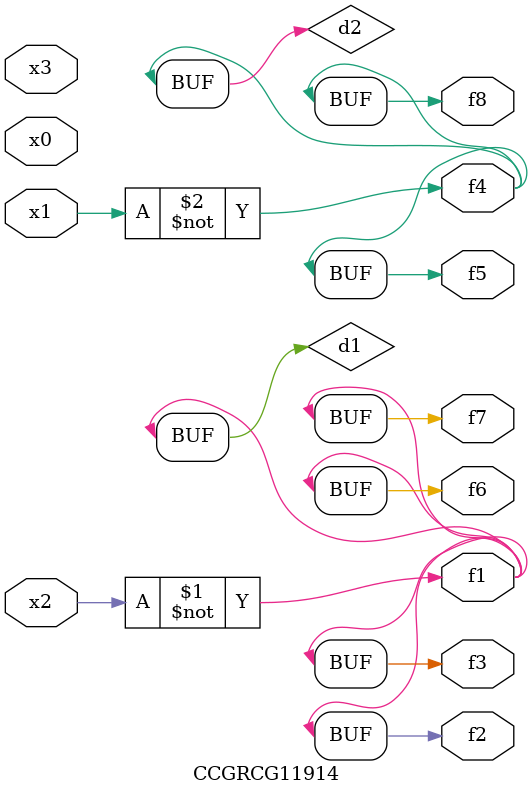
<source format=v>
module CCGRCG11914(
	input x0, x1, x2, x3,
	output f1, f2, f3, f4, f5, f6, f7, f8
);

	wire d1, d2;

	xnor (d1, x2);
	not (d2, x1);
	assign f1 = d1;
	assign f2 = d1;
	assign f3 = d1;
	assign f4 = d2;
	assign f5 = d2;
	assign f6 = d1;
	assign f7 = d1;
	assign f8 = d2;
endmodule

</source>
